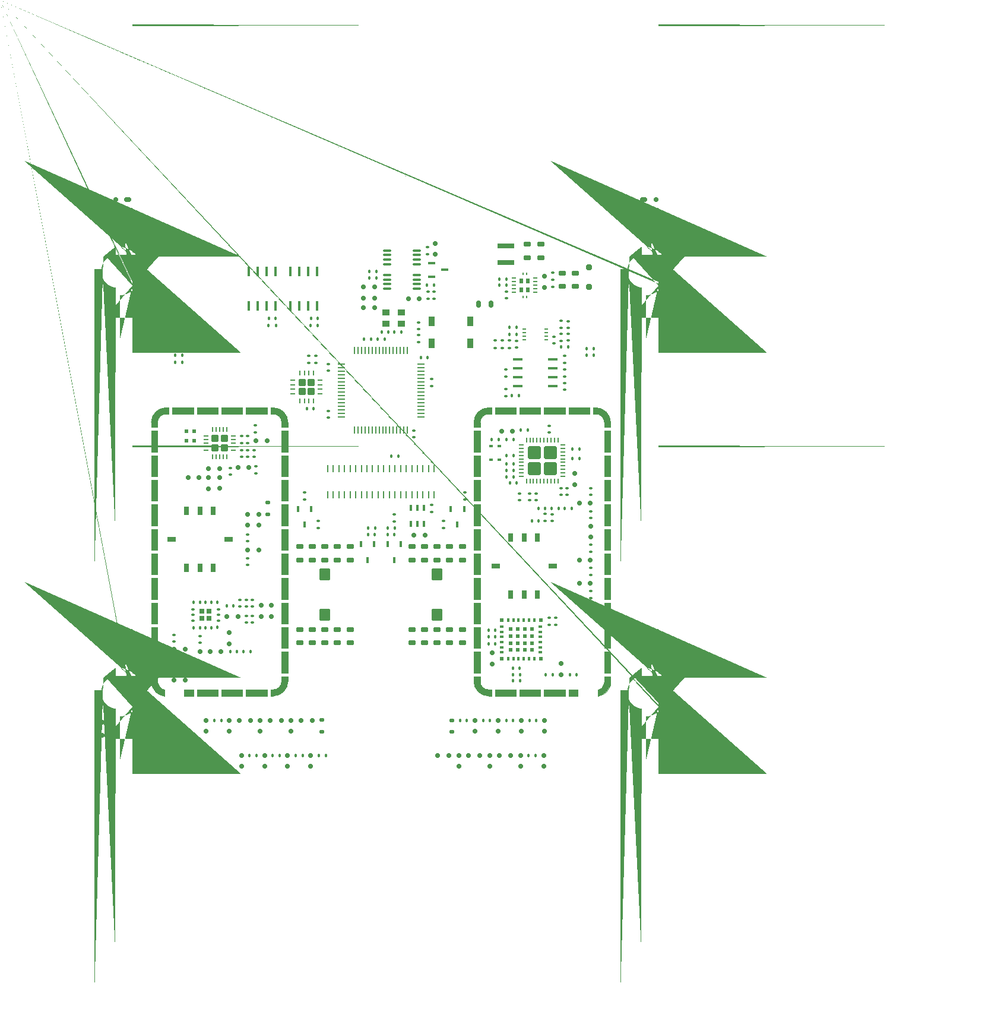
<source format=gbr>
%TF.GenerationSoftware,KiCad,Pcbnew,9.0.6*%
%TF.CreationDate,2025-11-19T17:48:12+01:00*%
%TF.ProjectId,Spino CS,5370696e-6f20-4435-932e-6b696361645f,v2.1*%
%TF.SameCoordinates,PX68e7780PY2faf080*%
%TF.FileFunction,Paste,Top*%
%TF.FilePolarity,Positive*%
%FSLAX46Y46*%
G04 Gerber Fmt 4.6, Leading zero omitted, Abs format (unit mm)*
G04 Created by KiCad (PCBNEW 9.0.6) date 2025-11-19 17:48:12*
%MOMM*%
%LPD*%
G01*
G04 APERTURE LIST*
G04 Aperture macros list*
%AMRoundRect*
0 Rectangle with rounded corners*
0 $1 Rounding radius*
0 $2 $3 $4 $5 $6 $7 $8 $9 X,Y pos of 4 corners*
0 Add a 4 corners polygon primitive as box body*
4,1,4,$2,$3,$4,$5,$6,$7,$8,$9,$2,$3,0*
0 Add four circle primitives for the rounded corners*
1,1,$1+$1,$2,$3*
1,1,$1+$1,$4,$5*
1,1,$1+$1,$6,$7*
1,1,$1+$1,$8,$9*
0 Add four rect primitives between the rounded corners*
20,1,$1+$1,$2,$3,$4,$5,0*
20,1,$1+$1,$4,$5,$6,$7,0*
20,1,$1+$1,$6,$7,$8,$9,0*
20,1,$1+$1,$8,$9,$2,$3,0*%
%AMFreePoly0*
4,1,81,1.701805,1.382119,1.727190,1.382119,1.742845,1.375634,1.745890,1.375153,1.747865,1.373554,1.763238,1.367187,1.790828,1.339597,1.805760,1.303549,1.807681,1.284040,1.807681,0.377294,1.805760,0.357785,1.798986,0.341432,1.798809,0.339940,1.797820,0.338617,1.790828,0.321737,1.768541,0.299450,1.767816,0.298480,1.767386,0.298295,1.763238,0.294147,1.727190,0.279215,
1.722912,0.279215,1.720245,0.278071,1.583713,0.258318,1.317097,0.187321,1.060568,0.085742,0.817623,-0.045033,0.591568,-0.203224,0.385485,-0.386676,0.202180,-0.592889,0.044150,-0.819056,-0.086452,-1.062095,-0.187847,-1.318696,-0.258655,-1.585362,-0.278311,-1.721909,-0.279215,-1.724020,-0.279215,-1.727190,-0.294147,-1.763238,-0.297400,-1.766491,-0.298686,-1.769494,-0.305516,-1.774607,
-0.321737,-1.790828,-0.333929,-1.795878,-0.340124,-1.800516,-0.347155,-1.801357,-0.357785,-1.805760,-0.377294,-1.807681,-1.284040,-1.807681,-1.292584,-1.806839,-1.294457,-1.807137,-1.296147,-1.806488,-1.303549,-1.805760,-1.339597,-1.790828,-1.341218,-1.789206,-1.342789,-1.788604,-1.346926,-1.783498,-1.367187,-1.763238,-1.371203,-1.753541,-1.375380,-1.748388,-1.376648,-1.740395,-1.382119,-1.727190,
-1.382119,-1.705937,-1.383496,-1.697264,-1.383495,-1.697264,-1.382119,-1.688339,-1.382119,-1.688172,-1.382077,-1.688072,-1.332247,-1.364875,-1.248971,-1.039031,-1.134453,-0.722812,-0.989775,-0.419204,-0.816305,-0.131077,-0.615680,0.138847,-0.389798,0.388018,-0.140791,0.614082,0.128987,0.814902,0.416988,0.988582,0.720490,1.133481,1.036626,1.248229,1.362409,1.331742,1.694761,1.383232,
1.701805,1.382119,1.701805,1.382119,$1*%
%AMFreePoly1*
4,1,81,-0.357785,1.805760,-0.341432,1.798986,-0.339940,1.798809,-0.338617,1.797820,-0.321737,1.790828,-0.299450,1.768541,-0.298480,1.767816,-0.298295,1.767386,-0.294147,1.763238,-0.279215,1.727190,-0.279215,1.722911,-0.278071,1.720245,-0.258318,1.583713,-0.187321,1.317097,-0.085742,1.060568,0.045033,0.817623,0.203224,0.591568,0.386676,0.385485,0.592889,0.202180,0.819056,0.044150,
1.062095,-0.086452,1.318696,-0.187847,1.585362,-0.258655,1.721909,-0.278311,1.724020,-0.279215,1.727190,-0.279215,1.763238,-0.294147,1.766491,-0.297400,1.769494,-0.298686,1.774607,-0.305516,1.790828,-0.321737,1.795878,-0.333929,1.800516,-0.340124,1.801357,-0.347155,1.805760,-0.357785,1.807681,-0.377294,1.807681,-1.284040,1.806839,-1.292584,1.807137,-1.294457,1.806488,-1.296147,
1.805760,-1.303549,1.790828,-1.339597,1.789206,-1.341218,1.788604,-1.342789,1.783498,-1.346926,1.763238,-1.367187,1.753541,-1.371203,1.748388,-1.375380,1.740395,-1.376648,1.727190,-1.382119,1.705938,-1.382119,1.697264,-1.383496,1.697264,-1.383495,1.688339,-1.382119,1.688172,-1.382119,1.688072,-1.382077,1.364875,-1.332247,1.039031,-1.248971,0.722812,-1.134453,0.419204,-0.989775,
0.131077,-0.816305,-0.138847,-0.615680,-0.388018,-0.389798,-0.614082,-0.140791,-0.814902,0.128987,-0.988582,0.416988,-1.133481,0.720490,-1.248229,1.036626,-1.331742,1.362409,-1.383232,1.694761,-1.382119,1.701804,-1.382119,1.727190,-1.375634,1.742845,-1.375153,1.745890,-1.373554,1.747865,-1.367187,1.763238,-1.339597,1.790828,-1.303549,1.805760,-1.284040,1.807681,-0.377294,1.807681,
-0.357785,1.805760,-0.357785,1.805760,$1*%
%AMFreePoly2*
4,1,82,-1.697264,1.383495,-1.688339,1.382119,-1.688172,1.382119,-1.688072,1.382077,-1.364875,1.332247,-1.039031,1.248971,-0.722812,1.134453,-0.419205,0.989775,-0.131078,0.816304,0.138846,0.615680,0.388017,0.389797,0.614081,0.140791,0.814902,-0.128987,0.988582,-0.416988,1.133480,-0.720490,1.248228,-1.036626,1.331741,-1.362409,1.383231,-1.694761,1.383232,-1.694761,1.382119,-1.701804,
1.382119,-1.727190,1.375634,-1.742845,1.375153,-1.745890,1.373554,-1.747865,1.367187,-1.763238,1.339597,-1.790828,1.303549,-1.805760,1.284040,-1.807681,0.377294,-1.807681,0.357785,-1.805760,0.341432,-1.798986,0.339940,-1.798809,0.338617,-1.797820,0.321737,-1.790828,0.299450,-1.768541,0.298480,-1.767816,0.298295,-1.767386,0.294147,-1.763238,0.279215,-1.727190,0.279215,-1.722911,
0.278071,-1.720245,0.258318,-1.583713,0.187320,-1.317097,0.085742,-1.060569,-0.045033,-0.817623,-0.203224,-0.591569,-0.386676,-0.385485,-0.592890,-0.202180,-0.819056,-0.044150,-1.062095,0.086452,-1.318696,0.187847,-1.585363,0.258655,-1.721909,0.278311,-1.724020,0.279215,-1.727190,0.279215,-1.763238,0.294147,-1.766491,0.297400,-1.769494,0.298686,-1.774607,0.305516,-1.790828,0.321737,
-1.795878,0.333929,-1.800516,0.340124,-1.801357,0.347155,-1.805760,0.357785,-1.807681,0.377294,-1.807681,1.284040,-1.806839,1.292584,-1.807137,1.294457,-1.806488,1.296147,-1.805760,1.303549,-1.790828,1.339597,-1.789206,1.341218,-1.788604,1.342789,-1.783498,1.346926,-1.763238,1.367187,-1.753541,1.371203,-1.748388,1.375380,-1.740395,1.376648,-1.727190,1.382119,-1.705938,1.382119,
-1.697264,1.383496,-1.697264,1.383495,-1.697264,1.383495,$1*%
%AMFreePoly3*
4,1,82,1.292584,1.806839,1.294457,1.807137,1.296147,1.806488,1.303549,1.805760,1.339597,1.790828,1.341218,1.789206,1.342789,1.788604,1.346926,1.783498,1.367187,1.763238,1.371203,1.753541,1.375380,1.748388,1.376648,1.740395,1.382119,1.727190,1.382119,1.705937,1.383496,1.697264,1.383495,1.697264,1.382119,1.688339,1.382119,1.688172,1.382077,1.688072,1.332247,1.364875,
1.248971,1.039031,1.134453,0.722812,0.989775,0.419205,0.816304,0.131078,0.615680,-0.138846,0.389797,-0.388017,0.140791,-0.614081,-0.128987,-0.814902,-0.416988,-0.988582,-0.720490,-1.133480,-1.036626,-1.248228,-1.362409,-1.331741,-1.694761,-1.383231,-1.694761,-1.383232,-1.701805,-1.382119,-1.727190,-1.382119,-1.742845,-1.375634,-1.745890,-1.375153,-1.747865,-1.373554,-1.763238,-1.367187,
-1.790828,-1.339597,-1.805760,-1.303549,-1.807681,-1.284040,-1.807681,-0.377294,-1.805760,-0.357785,-1.798986,-0.341432,-1.798809,-0.339940,-1.797820,-0.338617,-1.790828,-0.321737,-1.768541,-0.299450,-1.767816,-0.298480,-1.767386,-0.298295,-1.763238,-0.294147,-1.727190,-0.279215,-1.722912,-0.279215,-1.720245,-0.278071,-1.583713,-0.258318,-1.317097,-0.187320,-1.060569,-0.085742,-0.817623,0.045033,
-0.591569,0.203224,-0.385485,0.386676,-0.202180,0.592890,-0.044150,0.819056,0.086452,1.062095,0.187847,1.318696,0.258655,1.585363,0.278311,1.721909,0.279215,1.724020,0.279215,1.727190,0.294147,1.763238,0.297400,1.766491,0.298686,1.769494,0.305516,1.774607,0.321737,1.790828,0.333929,1.795878,0.340124,1.800516,0.347155,1.801357,0.357785,1.805760,0.377294,1.807681,
1.284040,1.807681,1.292584,1.806839,1.292584,1.806839,$1*%
G04 Aperture macros list end*
%ADD10C,0.100000*%
%ADD11RoundRect,0.175000X0.315000X-0.183750X0.315000X0.183750X-0.315000X0.183750X-0.315000X-0.183750X0*%
%ADD12RoundRect,0.094500X-0.129500X0.094500X-0.129500X-0.094500X0.129500X-0.094500X0.129500X0.094500X0*%
%ADD13RoundRect,0.140000X0.192500X-0.140000X0.192500X0.140000X-0.192500X0.140000X-0.192500X-0.140000X0*%
%ADD14RoundRect,0.157500X-0.157500X-0.175000X0.157500X-0.175000X0.157500X0.175000X-0.157500X0.175000X0*%
%ADD15RoundRect,0.157500X-0.175000X0.157500X-0.175000X-0.157500X0.175000X-0.157500X0.175000X0.157500X0*%
%ADD16RoundRect,0.098000X-0.119000X0.098000X-0.119000X-0.098000X0.119000X-0.098000X0.119000X0.098000X0*%
%ADD17RoundRect,0.098000X-0.098000X-0.119000X0.098000X-0.119000X0.098000X0.119000X-0.098000X0.119000X0*%
%ADD18RoundRect,0.175000X-0.332500X0.175000X-0.332500X-0.175000X0.332500X-0.175000X0.332500X0.175000X0*%
%ADD19RoundRect,0.098000X0.119000X-0.098000X0.119000X0.098000X-0.119000X0.098000X-0.119000X-0.098000X0*%
%ADD20R,0.910000X1.330000*%
%ADD21RoundRect,0.250000X0.275000X-0.275000X0.275000X0.275000X-0.275000X0.275000X-0.275000X-0.275000X0*%
%ADD22RoundRect,0.043750X0.043750X-0.253750X0.043750X0.253750X-0.043750X0.253750X-0.043750X-0.253750X0*%
%ADD23RoundRect,0.043750X0.253750X-0.043750X0.253750X0.043750X-0.253750X0.043750X-0.253750X-0.043750X0*%
%ADD24RoundRect,0.094500X-0.094500X-0.129500X0.094500X-0.129500X0.094500X0.129500X-0.094500X0.129500X0*%
%ADD25RoundRect,0.157500X0.175000X-0.157500X0.175000X0.157500X-0.175000X0.157500X-0.175000X-0.157500X0*%
%ADD26RoundRect,0.105000X-0.105000X0.577500X-0.105000X-0.577500X0.105000X-0.577500X0.105000X0.577500X0*%
%ADD27RoundRect,0.052500X-0.052500X0.490000X-0.052500X-0.490000X0.052500X-0.490000X0.052500X0.490000X0*%
%ADD28RoundRect,0.052500X-0.490000X0.052500X-0.490000X-0.052500X0.490000X-0.052500X0.490000X0.052500X0*%
%ADD29R,0.560000X0.210000*%
%ADD30RoundRect,0.094500X0.094500X0.129500X-0.094500X0.129500X-0.094500X-0.129500X0.094500X-0.129500X0*%
%ADD31R,0.711200X1.244600*%
%ADD32R,1.244600X0.711200*%
%ADD33RoundRect,0.153125X0.153125X0.179375X-0.153125X0.179375X-0.153125X-0.179375X0.153125X-0.179375X0*%
%ADD34RoundRect,0.105000X-0.411250X-0.105000X0.411250X-0.105000X0.411250X0.105000X-0.411250X0.105000X0*%
%ADD35RoundRect,0.098000X0.098000X0.119000X-0.098000X0.119000X-0.098000X-0.119000X0.098000X-0.119000X0*%
%ADD36RoundRect,0.175000X0.332500X-0.175000X0.332500X0.175000X-0.332500X0.175000X-0.332500X-0.175000X0*%
%ADD37R,2.380000X0.686000*%
%ADD38RoundRect,0.140000X-0.192500X0.140000X-0.192500X-0.140000X0.192500X-0.140000X0.192500X0.140000X0*%
%ADD39RoundRect,0.105000X-0.577500X-0.105000X0.577500X-0.105000X0.577500X0.105000X-0.577500X0.105000X0*%
%ADD40RoundRect,0.103250X-0.120750X0.103250X-0.120750X-0.103250X0.120750X-0.103250X0.120750X0.103250X0*%
%ADD41RoundRect,0.094500X0.129500X-0.094500X0.129500X0.094500X-0.129500X0.094500X-0.129500X-0.094500X0*%
%ADD42FreePoly0,0.000000*%
%ADD43FreePoly1,0.000000*%
%ADD44FreePoly2,0.000000*%
%ADD45FreePoly3,0.000000*%
%ADD46RoundRect,0.231000X-0.539000X0.609000X-0.539000X-0.609000X0.539000X-0.609000X0.539000X0.609000X0*%
%ADD47RoundRect,0.175000X0.210000X-0.210000X0.210000X0.210000X-0.210000X0.210000X-0.210000X-0.210000X0*%
%ADD48RoundRect,0.103250X0.103250X0.120750X-0.103250X0.120750X-0.103250X-0.120750X0.103250X-0.120750X0*%
%ADD49RoundRect,0.153125X-0.153125X-0.179375X0.153125X-0.179375X0.153125X0.179375X-0.153125X0.179375X0*%
%ADD50R,0.553000X0.308000*%
%ADD51RoundRect,0.157500X0.157500X0.175000X-0.157500X0.175000X-0.157500X-0.175000X0.157500X-0.175000X0*%
%ADD52R,0.266000X1.050000*%
%ADD53R,0.146000X0.146000*%
%ADD54O,0.545000X0.146000*%
%ADD55R,0.476000X0.735000*%
%ADD56R,0.182000X0.350000*%
%ADD57RoundRect,0.105000X-0.105000X0.358750X-0.105000X-0.358750X0.105000X-0.358750X0.105000X0.358750X0*%
%ADD58RoundRect,0.153125X-0.179375X0.153125X-0.179375X-0.153125X0.179375X-0.153125X0.179375X0.153125X0*%
%ADD59RoundRect,0.103250X-0.103250X-0.120750X0.103250X-0.120750X0.103250X0.120750X-0.103250X0.120750X0*%
%ADD60RoundRect,0.105000X0.105000X-0.358750X0.105000X0.358750X-0.105000X0.358750X-0.105000X-0.358750X0*%
%ADD61RoundRect,0.070000X-0.070000X-0.157500X0.070000X-0.157500X0.070000X0.157500X-0.070000X0.157500X0*%
%ADD62RoundRect,0.070000X0.157500X-0.070000X0.157500X0.070000X-0.157500X0.070000X-0.157500X-0.070000X0*%
%ADD63RoundRect,0.070000X0.070000X0.157500X-0.070000X0.157500X-0.070000X-0.157500X0.070000X-0.157500X0*%
%ADD64RoundRect,0.070000X-0.157500X0.070000X-0.157500X-0.070000X0.157500X-0.070000X0.157500X0.070000X0*%
%ADD65R,0.635000X0.635000*%
%ADD66RoundRect,0.070000X0.498750X0.070000X-0.498750X0.070000X-0.498750X-0.070000X0.498750X-0.070000X0*%
%ADD67R,0.980000X0.840000*%
%ADD68RoundRect,0.175000X0.183750X0.315000X-0.183750X0.315000X-0.183750X-0.315000X0.183750X-0.315000X0*%
%ADD69RoundRect,0.153125X0.179375X-0.153125X0.179375X0.153125X-0.179375X0.153125X-0.179375X-0.153125X0*%
%ADD70RoundRect,0.175000X-0.315000X0.183750X-0.315000X-0.183750X0.315000X-0.183750X0.315000X0.183750X0*%
%ADD71R,0.560000X0.630000*%
%ADD72RoundRect,0.068250X0.194250X-0.211750X0.194250X0.211750X-0.194250X0.211750X-0.194250X-0.211750X0*%
%ADD73RoundRect,0.070000X0.070000X0.210000X-0.070000X0.210000X-0.070000X-0.210000X0.070000X-0.210000X0*%
%ADD74RoundRect,0.065625X0.196875X-0.214375X0.196875X0.214375X-0.196875X0.214375X-0.196875X-0.214375X0*%
%ADD75RoundRect,0.070000X-0.210000X0.070000X-0.210000X-0.070000X0.210000X-0.070000X0.210000X0.070000X0*%
%ADD76RoundRect,0.068250X-0.194250X0.211750X-0.194250X-0.211750X0.194250X-0.211750X0.194250X0.211750X0*%
%ADD77RoundRect,0.070000X-0.070000X-0.210000X0.070000X-0.210000X0.070000X0.210000X-0.070000X0.210000X0*%
%ADD78RoundRect,0.068250X-0.194250X-0.211750X0.194250X-0.211750X0.194250X0.211750X-0.194250X0.211750X0*%
%ADD79RoundRect,0.070000X0.210000X-0.070000X0.210000X0.070000X-0.210000X0.070000X-0.210000X-0.070000X0*%
%ADD80R,0.575000X0.575000*%
%ADD81RoundRect,0.250000X0.675000X-0.675000X0.675000X0.675000X-0.675000X0.675000X-0.675000X-0.675000X0*%
%ADD82RoundRect,0.250000X-0.275000X0.275000X-0.275000X-0.275000X0.275000X-0.275000X0.275000X0.275000X0*%
%ADD83RoundRect,0.052500X-0.052500X0.245000X-0.052500X-0.245000X0.052500X-0.245000X0.052500X0.245000X0*%
%ADD84RoundRect,0.052500X-0.245000X0.052500X-0.245000X-0.052500X0.245000X-0.052500X0.245000X0.052500X0*%
G04 APERTURE END LIST*
%TO.C,SH1*%
D10*
X12250000Y-42750000D02*
X13150000Y-42750000D01*
X13150000Y-45750000D01*
X12250000Y-45750000D01*
X12250000Y-42750000D01*
G36*
X12250000Y-42750000D02*
G01*
X13150000Y-42750000D01*
X13150000Y-45750000D01*
X12250000Y-45750000D01*
X12250000Y-42750000D01*
G37*
X12250000Y-46250000D02*
X13150000Y-46250000D01*
X13150000Y-49250000D01*
X12250000Y-49250000D01*
X12250000Y-46250000D01*
G36*
X12250000Y-46250000D02*
G01*
X13150000Y-46250000D01*
X13150000Y-49250000D01*
X12250000Y-49250000D01*
X12250000Y-46250000D01*
G37*
X12250000Y-49750000D02*
X13150000Y-49750000D01*
X13150000Y-52750000D01*
X12250000Y-52750000D01*
X12250000Y-49750000D01*
G36*
X12250000Y-49750000D02*
G01*
X13150000Y-49750000D01*
X13150000Y-52750000D01*
X12250000Y-52750000D01*
X12250000Y-49750000D01*
G37*
X12250000Y-53250000D02*
X13150000Y-53250000D01*
X13150000Y-56250000D01*
X12250000Y-56250000D01*
X12250000Y-53250000D01*
G36*
X12250000Y-53250000D02*
G01*
X13150000Y-53250000D01*
X13150000Y-56250000D01*
X12250000Y-56250000D01*
X12250000Y-53250000D01*
G37*
X12250000Y-56750000D02*
X13150000Y-56750000D01*
X13150000Y-59750000D01*
X12250000Y-59750000D01*
X12250000Y-56750000D01*
G36*
X12250000Y-56750000D02*
G01*
X13150000Y-56750000D01*
X13150000Y-59750000D01*
X12250000Y-59750000D01*
X12250000Y-56750000D01*
G37*
X12250000Y-60250000D02*
X13150000Y-60250000D01*
X13150000Y-63250000D01*
X12250000Y-63250000D01*
X12250000Y-60250000D01*
G36*
X12250000Y-60250000D02*
G01*
X13150000Y-60250000D01*
X13150000Y-63250000D01*
X12250000Y-63250000D01*
X12250000Y-60250000D01*
G37*
X12250000Y-63750000D02*
X13150000Y-63750000D01*
X13150000Y-66750000D01*
X12250000Y-66750000D01*
X12250000Y-63750000D01*
G36*
X12250000Y-63750000D02*
G01*
X13150000Y-63750000D01*
X13150000Y-66750000D01*
X12250000Y-66750000D01*
X12250000Y-63750000D01*
G37*
X12250000Y-67250000D02*
X13150000Y-67250000D01*
X13150000Y-70250000D01*
X12250000Y-70250000D01*
X12250000Y-67250000D01*
G36*
X12250000Y-67250000D02*
G01*
X13150000Y-67250000D01*
X13150000Y-70250000D01*
X12250000Y-70250000D01*
X12250000Y-67250000D01*
G37*
X12250000Y-70750000D02*
X13150000Y-70750000D01*
X13150000Y-73750000D01*
X12250000Y-73750000D01*
X12250000Y-70750000D01*
G36*
X12250000Y-70750000D02*
G01*
X13150000Y-70750000D01*
X13150000Y-73750000D01*
X12250000Y-73750000D01*
X12250000Y-70750000D01*
G37*
X12250000Y-74250000D02*
X13150000Y-74250000D01*
X13150000Y-77250000D01*
X12250000Y-77250000D01*
X12250000Y-74250000D01*
G36*
X12250000Y-74250000D02*
G01*
X13150000Y-74250000D01*
X13150000Y-77250000D01*
X12250000Y-77250000D01*
X12250000Y-74250000D01*
G37*
X16900000Y-79650000D02*
X18250000Y-79650000D01*
X18250000Y-80550000D01*
X16900000Y-80550000D01*
X16900000Y-79650000D01*
G36*
X16900000Y-79650000D02*
G01*
X18250000Y-79650000D01*
X18250000Y-80550000D01*
X16900000Y-80550000D01*
X16900000Y-79650000D01*
G37*
X18250000Y-39450000D02*
X15250000Y-39450000D01*
X15250000Y-40350000D01*
X18250000Y-40350000D01*
X18250000Y-39450000D01*
G36*
X18250000Y-39450000D02*
G01*
X15250000Y-39450000D01*
X15250000Y-40350000D01*
X18250000Y-40350000D01*
X18250000Y-39450000D01*
G37*
X18750000Y-79650000D02*
X21750000Y-79650000D01*
X21750000Y-80550000D01*
X18750000Y-80550000D01*
X18750000Y-79650000D01*
G36*
X18750000Y-79650000D02*
G01*
X21750000Y-79650000D01*
X21750000Y-80550000D01*
X18750000Y-80550000D01*
X18750000Y-79650000D01*
G37*
X21750000Y-39450000D02*
X18750000Y-39450000D01*
X18750000Y-40350000D01*
X21750000Y-40350000D01*
X21750000Y-39450000D01*
G36*
X21750000Y-39450000D02*
G01*
X18750000Y-39450000D01*
X18750000Y-40350000D01*
X21750000Y-40350000D01*
X21750000Y-39450000D01*
G37*
X22250000Y-39450000D02*
X25250000Y-39450000D01*
X25250000Y-40350000D01*
X22250000Y-40350000D01*
X22250000Y-39450000D01*
G36*
X22250000Y-39450000D02*
G01*
X25250000Y-39450000D01*
X25250000Y-40350000D01*
X22250000Y-40350000D01*
X22250000Y-39450000D01*
G37*
X22250000Y-79650000D02*
X25250000Y-79650000D01*
X25250000Y-80550000D01*
X22250000Y-80550000D01*
X22250000Y-79650000D01*
G36*
X22250000Y-79650000D02*
G01*
X25250000Y-79650000D01*
X25250000Y-80550000D01*
X22250000Y-80550000D01*
X22250000Y-79650000D01*
G37*
X25750000Y-39450000D02*
X28750000Y-39450000D01*
X28750000Y-40350000D01*
X25750000Y-40350000D01*
X25750000Y-39450000D01*
G36*
X25750000Y-39450000D02*
G01*
X28750000Y-39450000D01*
X28750000Y-40350000D01*
X25750000Y-40350000D01*
X25750000Y-39450000D01*
G37*
X25750000Y-79650000D02*
X28750000Y-79650000D01*
X28750000Y-80550000D01*
X25750000Y-80550000D01*
X25750000Y-79650000D01*
G36*
X25750000Y-79650000D02*
G01*
X28750000Y-79650000D01*
X28750000Y-80550000D01*
X25750000Y-80550000D01*
X25750000Y-79650000D01*
G37*
X30850000Y-42750000D02*
X31750000Y-42750000D01*
X31750000Y-45750000D01*
X30850000Y-45750000D01*
X30850000Y-42750000D01*
G36*
X30850000Y-42750000D02*
G01*
X31750000Y-42750000D01*
X31750000Y-45750000D01*
X30850000Y-45750000D01*
X30850000Y-42750000D01*
G37*
X30850000Y-46250000D02*
X31750000Y-46250000D01*
X31750000Y-49250000D01*
X30850000Y-49250000D01*
X30850000Y-46250000D01*
G36*
X30850000Y-46250000D02*
G01*
X31750000Y-46250000D01*
X31750000Y-49250000D01*
X30850000Y-49250000D01*
X30850000Y-46250000D01*
G37*
X30850000Y-49750000D02*
X31750000Y-49750000D01*
X31750000Y-52750000D01*
X30850000Y-52750000D01*
X30850000Y-49750000D01*
G36*
X30850000Y-49750000D02*
G01*
X31750000Y-49750000D01*
X31750000Y-52750000D01*
X30850000Y-52750000D01*
X30850000Y-49750000D01*
G37*
X30850000Y-53250000D02*
X31750000Y-53250000D01*
X31750000Y-56250000D01*
X30850000Y-56250000D01*
X30850000Y-53250000D01*
G36*
X30850000Y-53250000D02*
G01*
X31750000Y-53250000D01*
X31750000Y-56250000D01*
X30850000Y-56250000D01*
X30850000Y-53250000D01*
G37*
X30850000Y-56750000D02*
X31750000Y-56750000D01*
X31750000Y-59750000D01*
X30850000Y-59750000D01*
X30850000Y-56750000D01*
G36*
X30850000Y-56750000D02*
G01*
X31750000Y-56750000D01*
X31750000Y-59750000D01*
X30850000Y-59750000D01*
X30850000Y-56750000D01*
G37*
X30850000Y-60250000D02*
X31750000Y-60250000D01*
X31750000Y-63250000D01*
X30850000Y-63250000D01*
X30850000Y-60250000D01*
G36*
X30850000Y-60250000D02*
G01*
X31750000Y-60250000D01*
X31750000Y-63250000D01*
X30850000Y-63250000D01*
X30850000Y-60250000D01*
G37*
X30850000Y-63750000D02*
X31750000Y-63750000D01*
X31750000Y-66750000D01*
X30850000Y-66750000D01*
X30850000Y-63750000D01*
G36*
X30850000Y-63750000D02*
G01*
X31750000Y-63750000D01*
X31750000Y-66750000D01*
X30850000Y-66750000D01*
X30850000Y-63750000D01*
G37*
X30850000Y-67250000D02*
X31750000Y-67250000D01*
X31750000Y-70250000D01*
X30850000Y-70250000D01*
X30850000Y-67250000D01*
G36*
X30850000Y-67250000D02*
G01*
X31750000Y-67250000D01*
X31750000Y-70250000D01*
X30850000Y-70250000D01*
X30850000Y-67250000D01*
G37*
X30850000Y-70750000D02*
X31750000Y-70750000D01*
X31750000Y-73750000D01*
X30850000Y-73750000D01*
X30850000Y-70750000D01*
G36*
X30850000Y-70750000D02*
G01*
X31750000Y-70750000D01*
X31750000Y-73750000D01*
X30850000Y-73750000D01*
X30850000Y-70750000D01*
G37*
X30850000Y-74250000D02*
X31750000Y-74250000D01*
X31750000Y-77250000D01*
X30850000Y-77250000D01*
X30850000Y-74250000D01*
G36*
X30850000Y-74250000D02*
G01*
X31750000Y-74250000D01*
X31750000Y-77250000D01*
X30850000Y-77250000D01*
X30850000Y-74250000D01*
G37*
X13150000Y-78450000D02*
X13152283Y-78554787D01*
X13188675Y-78761176D01*
X13260353Y-78958111D01*
X13365140Y-79139606D01*
X13499851Y-79300149D01*
X13660394Y-79434860D01*
X13841889Y-79539647D01*
X14038824Y-79611325D01*
X14100000Y-79620000D01*
X14100000Y-80530000D01*
X13903043Y-80504629D01*
X13615188Y-80420107D01*
X13342292Y-80295480D01*
X13089910Y-80133283D01*
X12863180Y-79936820D01*
X12666717Y-79710090D01*
X12504520Y-79457708D01*
X12379893Y-79184812D01*
X12295371Y-78896957D01*
X12252675Y-78600004D01*
X12250000Y-78450000D01*
X12250000Y-77750000D01*
X13150000Y-77750000D01*
X13150000Y-78450000D01*
G36*
X13150000Y-78450000D02*
G01*
X13152283Y-78554787D01*
X13188675Y-78761176D01*
X13260353Y-78958111D01*
X13365140Y-79139606D01*
X13499851Y-79300149D01*
X13660394Y-79434860D01*
X13841889Y-79539647D01*
X14038824Y-79611325D01*
X14100000Y-79620000D01*
X14100000Y-80530000D01*
X13903043Y-80504629D01*
X13615188Y-80420107D01*
X13342292Y-80295480D01*
X13089910Y-80133283D01*
X12863180Y-79936820D01*
X12666717Y-79710090D01*
X12504520Y-79457708D01*
X12379893Y-79184812D01*
X12295371Y-78896957D01*
X12252675Y-78600004D01*
X12250000Y-78450000D01*
X12250000Y-77750000D01*
X13150000Y-77750000D01*
X13150000Y-78450000D01*
G37*
X14750000Y-40350000D02*
X14350000Y-40350000D01*
G75*
G03*
X13150000Y-41550000I0J-1200000D01*
G01*
X13150000Y-42250000D01*
X12250000Y-42250000D01*
X12250000Y-41550000D01*
G75*
G02*
X14350000Y-39450000I2100000J0D01*
G01*
X14750000Y-39450000D01*
X14750000Y-40350000D01*
G36*
X14750000Y-40350000D02*
G01*
X14350000Y-40350000D01*
G75*
G03*
X13150000Y-41550000I0J-1200000D01*
G01*
X13150000Y-42250000D01*
X12250000Y-42250000D01*
X12250000Y-41550000D01*
G75*
G02*
X14350000Y-39450000I2100000J0D01*
G01*
X14750000Y-39450000D01*
X14750000Y-40350000D01*
G37*
X29650000Y-39450000D02*
X29650000Y-39450000D01*
G75*
G02*
X31750000Y-41550000I0J-2100000D01*
G01*
X31750000Y-42250000D01*
X30850000Y-42250000D01*
X30850000Y-41550000D01*
G75*
G03*
X29650000Y-40350000I-1200000J0D01*
G01*
X29250000Y-40350000D01*
X29250000Y-39450000D01*
X29650000Y-39450000D01*
G36*
X29650000Y-39450000D02*
G01*
X29650000Y-39450000D01*
G75*
G02*
X31750000Y-41550000I0J-2100000D01*
G01*
X31750000Y-42250000D01*
X30850000Y-42250000D01*
X30850000Y-41550000D01*
G75*
G03*
X29650000Y-40350000I-1200000J0D01*
G01*
X29250000Y-40350000D01*
X29250000Y-39450000D01*
X29650000Y-39450000D01*
G37*
X31750000Y-78450000D02*
X31750000Y-78450000D01*
G75*
G02*
X29650000Y-80550000I-2100000J0D01*
G01*
X29250000Y-80550000D01*
X29250000Y-79650000D01*
X29650000Y-79650000D01*
G75*
G03*
X30850000Y-78450000I0J1200000D01*
G01*
X30850000Y-77750000D01*
X31750000Y-77750000D01*
X31750000Y-78450000D01*
G36*
X31750000Y-78450000D02*
G01*
X31750000Y-78450000D01*
G75*
G02*
X29650000Y-80550000I-2100000J0D01*
G01*
X29250000Y-80550000D01*
X29250000Y-79650000D01*
X29650000Y-79650000D01*
G75*
G03*
X30850000Y-78450000I0J1200000D01*
G01*
X30850000Y-77750000D01*
X31750000Y-77750000D01*
X31750000Y-78450000D01*
G37*
%TO.C,SH2*%
X58250000Y-42750000D02*
X59150000Y-42750000D01*
X59150000Y-45750000D01*
X58250000Y-45750000D01*
X58250000Y-42750000D01*
G36*
X58250000Y-42750000D02*
G01*
X59150000Y-42750000D01*
X59150000Y-45750000D01*
X58250000Y-45750000D01*
X58250000Y-42750000D01*
G37*
X58250000Y-46250000D02*
X59150000Y-46250000D01*
X59150000Y-49250000D01*
X58250000Y-49250000D01*
X58250000Y-46250000D01*
G36*
X58250000Y-46250000D02*
G01*
X59150000Y-46250000D01*
X59150000Y-49250000D01*
X58250000Y-49250000D01*
X58250000Y-46250000D01*
G37*
X58250000Y-49750000D02*
X59150000Y-49750000D01*
X59150000Y-52750000D01*
X58250000Y-52750000D01*
X58250000Y-49750000D01*
G36*
X58250000Y-49750000D02*
G01*
X59150000Y-49750000D01*
X59150000Y-52750000D01*
X58250000Y-52750000D01*
X58250000Y-49750000D01*
G37*
X58250000Y-53250000D02*
X59150000Y-53250000D01*
X59150000Y-56250000D01*
X58250000Y-56250000D01*
X58250000Y-53250000D01*
G36*
X58250000Y-53250000D02*
G01*
X59150000Y-53250000D01*
X59150000Y-56250000D01*
X58250000Y-56250000D01*
X58250000Y-53250000D01*
G37*
X58250000Y-56750000D02*
X59150000Y-56750000D01*
X59150000Y-59750000D01*
X58250000Y-59750000D01*
X58250000Y-56750000D01*
G36*
X58250000Y-56750000D02*
G01*
X59150000Y-56750000D01*
X59150000Y-59750000D01*
X58250000Y-59750000D01*
X58250000Y-56750000D01*
G37*
X58250000Y-60250000D02*
X59150000Y-60250000D01*
X59150000Y-63250000D01*
X58250000Y-63250000D01*
X58250000Y-60250000D01*
G36*
X58250000Y-60250000D02*
G01*
X59150000Y-60250000D01*
X59150000Y-63250000D01*
X58250000Y-63250000D01*
X58250000Y-60250000D01*
G37*
X58250000Y-63750000D02*
X59150000Y-63750000D01*
X59150000Y-66750000D01*
X58250000Y-66750000D01*
X58250000Y-63750000D01*
G36*
X58250000Y-63750000D02*
G01*
X59150000Y-63750000D01*
X59150000Y-66750000D01*
X58250000Y-66750000D01*
X58250000Y-63750000D01*
G37*
X58250000Y-67250000D02*
X59150000Y-67250000D01*
X59150000Y-70250000D01*
X58250000Y-70250000D01*
X58250000Y-67250000D01*
G36*
X58250000Y-67250000D02*
G01*
X59150000Y-67250000D01*
X59150000Y-70250000D01*
X58250000Y-70250000D01*
X58250000Y-67250000D01*
G37*
X58250000Y-70750000D02*
X59150000Y-70750000D01*
X59150000Y-73750000D01*
X58250000Y-73750000D01*
X58250000Y-70750000D01*
G36*
X58250000Y-70750000D02*
G01*
X59150000Y-70750000D01*
X59150000Y-73750000D01*
X58250000Y-73750000D01*
X58250000Y-70750000D01*
G37*
X58250000Y-74250000D02*
X59150000Y-74250000D01*
X59150000Y-77250000D01*
X58250000Y-77250000D01*
X58250000Y-74250000D01*
G36*
X58250000Y-74250000D02*
G01*
X59150000Y-74250000D01*
X59150000Y-77250000D01*
X58250000Y-77250000D01*
X58250000Y-74250000D01*
G37*
X61250000Y-79650000D02*
X64250000Y-79650000D01*
X64250000Y-80550000D01*
X61250000Y-80550000D01*
X61250000Y-79650000D01*
G36*
X61250000Y-79650000D02*
G01*
X64250000Y-79650000D01*
X64250000Y-80550000D01*
X61250000Y-80550000D01*
X61250000Y-79650000D01*
G37*
X64250000Y-39450000D02*
X61250000Y-39450000D01*
X61250000Y-40350000D01*
X64250000Y-40350000D01*
X64250000Y-39450000D01*
G36*
X64250000Y-39450000D02*
G01*
X61250000Y-39450000D01*
X61250000Y-40350000D01*
X64250000Y-40350000D01*
X64250000Y-39450000D01*
G37*
X64750000Y-79650000D02*
X67750000Y-79650000D01*
X67750000Y-80550000D01*
X64750000Y-80550000D01*
X64750000Y-79650000D01*
G36*
X64750000Y-79650000D02*
G01*
X67750000Y-79650000D01*
X67750000Y-80550000D01*
X64750000Y-80550000D01*
X64750000Y-79650000D01*
G37*
X67750000Y-39450000D02*
X64750000Y-39450000D01*
X64750000Y-40350000D01*
X67750000Y-40350000D01*
X67750000Y-39450000D01*
G36*
X67750000Y-39450000D02*
G01*
X64750000Y-39450000D01*
X64750000Y-40350000D01*
X67750000Y-40350000D01*
X67750000Y-39450000D01*
G37*
X68250000Y-39450000D02*
X71250000Y-39450000D01*
X71250000Y-40350000D01*
X68250000Y-40350000D01*
X68250000Y-39450000D01*
G36*
X68250000Y-39450000D02*
G01*
X71250000Y-39450000D01*
X71250000Y-40350000D01*
X68250000Y-40350000D01*
X68250000Y-39450000D01*
G37*
X68250000Y-79650000D02*
X71250000Y-79650000D01*
X71250000Y-80550000D01*
X68250000Y-80550000D01*
X68250000Y-79650000D01*
G36*
X68250000Y-79650000D02*
G01*
X71250000Y-79650000D01*
X71250000Y-80550000D01*
X68250000Y-80550000D01*
X68250000Y-79650000D01*
G37*
X71750000Y-39450000D02*
X74750000Y-39450000D01*
X74750000Y-40350000D01*
X71750000Y-40350000D01*
X71750000Y-39450000D01*
G36*
X71750000Y-39450000D02*
G01*
X74750000Y-39450000D01*
X74750000Y-40350000D01*
X71750000Y-40350000D01*
X71750000Y-39450000D01*
G37*
X71750000Y-79650000D02*
X73100000Y-79650000D01*
X73100000Y-80550000D01*
X71750000Y-80550000D01*
X71750000Y-79650000D01*
G36*
X71750000Y-79650000D02*
G01*
X73100000Y-79650000D01*
X73100000Y-80550000D01*
X71750000Y-80550000D01*
X71750000Y-79650000D01*
G37*
X76850000Y-42750000D02*
X77750000Y-42750000D01*
X77750000Y-45750000D01*
X76850000Y-45750000D01*
X76850000Y-42750000D01*
G36*
X76850000Y-42750000D02*
G01*
X77750000Y-42750000D01*
X77750000Y-45750000D01*
X76850000Y-45750000D01*
X76850000Y-42750000D01*
G37*
X76850000Y-46250000D02*
X77750000Y-46250000D01*
X77750000Y-49250000D01*
X76850000Y-49250000D01*
X76850000Y-46250000D01*
G36*
X76850000Y-46250000D02*
G01*
X77750000Y-46250000D01*
X77750000Y-49250000D01*
X76850000Y-49250000D01*
X76850000Y-46250000D01*
G37*
X76850000Y-49750000D02*
X77750000Y-49750000D01*
X77750000Y-52750000D01*
X76850000Y-52750000D01*
X76850000Y-49750000D01*
G36*
X76850000Y-49750000D02*
G01*
X77750000Y-49750000D01*
X77750000Y-52750000D01*
X76850000Y-52750000D01*
X76850000Y-49750000D01*
G37*
X76850000Y-53250000D02*
X77750000Y-53250000D01*
X77750000Y-56250000D01*
X76850000Y-56250000D01*
X76850000Y-53250000D01*
G36*
X76850000Y-53250000D02*
G01*
X77750000Y-53250000D01*
X77750000Y-56250000D01*
X76850000Y-56250000D01*
X76850000Y-53250000D01*
G37*
X76850000Y-56750000D02*
X77750000Y-56750000D01*
X77750000Y-59750000D01*
X76850000Y-59750000D01*
X76850000Y-56750000D01*
G36*
X76850000Y-56750000D02*
G01*
X77750000Y-56750000D01*
X77750000Y-59750000D01*
X76850000Y-59750000D01*
X76850000Y-56750000D01*
G37*
X76850000Y-60250000D02*
X77750000Y-60250000D01*
X77750000Y-63250000D01*
X76850000Y-63250000D01*
X76850000Y-60250000D01*
G36*
X76850000Y-60250000D02*
G01*
X77750000Y-60250000D01*
X77750000Y-63250000D01*
X76850000Y-63250000D01*
X76850000Y-60250000D01*
G37*
X76850000Y-63750000D02*
X77750000Y-63750000D01*
X77750000Y-66750000D01*
X76850000Y-66750000D01*
X76850000Y-63750000D01*
G36*
X76850000Y-63750000D02*
G01*
X77750000Y-63750000D01*
X77750000Y-66750000D01*
X76850000Y-66750000D01*
X76850000Y-63750000D01*
G37*
X76850000Y-67250000D02*
X77750000Y-67250000D01*
X77750000Y-70250000D01*
X76850000Y-70250000D01*
X76850000Y-67250000D01*
G36*
X76850000Y-67250000D02*
G01*
X77750000Y-67250000D01*
X77750000Y-70250000D01*
X76850000Y-70250000D01*
X76850000Y-67250000D01*
G37*
X76850000Y-70750000D02*
X77750000Y-70750000D01*
X77750000Y-73750000D01*
X76850000Y-73750000D01*
X76850000Y-70750000D01*
G36*
X76850000Y-70750000D02*
G01*
X77750000Y-70750000D01*
X77750000Y-73750000D01*
X76850000Y-73750000D01*
X76850000Y-70750000D01*
G37*
X76850000Y-74250000D02*
X77750000Y-74250000D01*
X77750000Y-77250000D01*
X76850000Y-77250000D01*
X76850000Y-74250000D01*
G36*
X76850000Y-74250000D02*
G01*
X77750000Y-74250000D01*
X77750000Y-77250000D01*
X76850000Y-77250000D01*
X76850000Y-74250000D01*
G37*
X77750000Y-78450000D02*
X77747325Y-78600004D01*
X77704629Y-78896957D01*
X77620107Y-79184812D01*
X77495480Y-79457708D01*
X77333283Y-79710090D01*
X77136820Y-79936820D01*
X76910090Y-80133283D01*
X76657708Y-80295480D01*
X76384812Y-80420107D01*
X76096957Y-80504629D01*
X75900000Y-80530000D01*
X75900000Y-79620000D01*
X75961176Y-79611325D01*
X76158111Y-79539647D01*
X76339606Y-79434860D01*
X76500149Y-79300149D01*
X76634860Y-79139606D01*
X76739647Y-78958111D01*
X76811325Y-78761176D01*
X76847717Y-78554787D01*
X76850000Y-78450000D01*
X76850000Y-77750000D01*
X77750000Y-77750000D01*
X77750000Y-78450000D01*
G36*
X77750000Y-78450000D02*
G01*
X77747325Y-78600004D01*
X77704629Y-78896957D01*
X77620107Y-79184812D01*
X77495480Y-79457708D01*
X77333283Y-79710090D01*
X77136820Y-79936820D01*
X76910090Y-80133283D01*
X76657708Y-80295480D01*
X76384812Y-80420107D01*
X76096957Y-80504629D01*
X75900000Y-80530000D01*
X75900000Y-79620000D01*
X75961176Y-79611325D01*
X76158111Y-79539647D01*
X76339606Y-79434860D01*
X76500149Y-79300149D01*
X76634860Y-79139606D01*
X76739647Y-78958111D01*
X76811325Y-78761176D01*
X76847717Y-78554787D01*
X76850000Y-78450000D01*
X76850000Y-77750000D01*
X77750000Y-77750000D01*
X77750000Y-78450000D01*
G37*
X60750000Y-40350000D02*
X60350000Y-40350000D01*
G75*
G03*
X59150000Y-41550000I0J-1200000D01*
G01*
X59150000Y-42250000D01*
X58250000Y-42250000D01*
X58250000Y-41550000D01*
G75*
G02*
X60350000Y-39450000I2100000J0D01*
G01*
X60750000Y-39450000D01*
X60750000Y-40350000D01*
G36*
X60750000Y-40350000D02*
G01*
X60350000Y-40350000D01*
G75*
G03*
X59150000Y-41550000I0J-1200000D01*
G01*
X59150000Y-42250000D01*
X58250000Y-42250000D01*
X58250000Y-41550000D01*
G75*
G02*
X60350000Y-39450000I2100000J0D01*
G01*
X60750000Y-39450000D01*
X60750000Y-40350000D01*
G37*
X59150000Y-78450000D02*
X59150000Y-78450000D01*
G75*
G03*
X60350000Y-79650000I1200000J0D01*
G01*
X60750000Y-79650000D01*
X60750000Y-80550000D01*
X60350000Y-80550000D01*
G75*
G02*
X58250000Y-78450000I0J2100000D01*
G01*
X58250000Y-77750000D01*
X59150000Y-77750000D01*
X59150000Y-78450000D01*
G36*
X59150000Y-78450000D02*
G01*
X59150000Y-78450000D01*
G75*
G03*
X60350000Y-79650000I1200000J0D01*
G01*
X60750000Y-79650000D01*
X60750000Y-80550000D01*
X60350000Y-80550000D01*
G75*
G02*
X58250000Y-78450000I0J2100000D01*
G01*
X58250000Y-77750000D01*
X59150000Y-77750000D01*
X59150000Y-78450000D01*
G37*
X75650000Y-39450000D02*
X75650000Y-39450000D01*
G75*
G02*
X77750000Y-41550000I0J-2100000D01*
G01*
X77750000Y-42250000D01*
X76850000Y-42250000D01*
X76850000Y-41550000D01*
G75*
G03*
X75650000Y-40350000I-1200000J0D01*
G01*
X75250000Y-40350000D01*
X75250000Y-39450000D01*
X75650000Y-39450000D01*
G36*
X75650000Y-39450000D02*
G01*
X75650000Y-39450000D01*
G75*
G02*
X77750000Y-41550000I0J-2100000D01*
G01*
X77750000Y-42250000D01*
X76850000Y-42250000D01*
X76850000Y-41550000D01*
G75*
G03*
X75650000Y-40350000I-1200000J0D01*
G01*
X75250000Y-40350000D01*
X75250000Y-39450000D01*
X75650000Y-39450000D01*
G37*
%TD*%
D11*
%TO.C,R55*%
X85100000Y-86112500D03*
X85100000Y-84287500D03*
%TD*%
D12*
%TO.C,R10*%
X34100000Y-51490000D03*
X34100000Y-52510000D03*
%TD*%
D13*
%TO.C,R46*%
X28900000Y-54625000D03*
X28900000Y-52975000D03*
%TD*%
D14*
%TO.C,C35*%
X49725000Y-57600000D03*
X51275000Y-57600000D03*
%TD*%
D15*
%TO.C,C106*%
X25100000Y-89025000D03*
X25100000Y-90575000D03*
%TD*%
%TO.C,C129*%
X84200000Y-9825000D03*
X84200000Y-11375000D03*
%TD*%
%TO.C,C114*%
X23400000Y-84025000D03*
X23400000Y-85575000D03*
%TD*%
D16*
%TO.C,C6*%
X62900000Y-22870000D03*
X62900000Y-23830000D03*
%TD*%
D17*
%TO.C,C36*%
X42620000Y-29700000D03*
X43580000Y-29700000D03*
%TD*%
%TO.C,C105*%
X71920000Y-77500000D03*
X72880000Y-77500000D03*
%TD*%
D18*
%TO.C,C22*%
X38800000Y-71050000D03*
X38800000Y-72950000D03*
%TD*%
D19*
%TO.C,C44*%
X50400000Y-28280000D03*
X50400000Y-27320000D03*
%TD*%
D16*
%TO.C,C73*%
X15500000Y-71820000D03*
X15500000Y-72780000D03*
%TD*%
D20*
%TO.C,X2*%
X52250000Y-30300000D03*
X57750000Y-30300000D03*
X57750000Y-27100000D03*
X52250000Y-27100000D03*
%TD*%
D19*
%TO.C,C98*%
X69900000Y-70380000D03*
X69900000Y-69420000D03*
%TD*%
D21*
%TO.C,U11*%
X21350000Y-45150000D03*
X22650000Y-45150000D03*
X21350000Y-43850000D03*
X22650000Y-43850000D03*
D22*
X21000000Y-46425000D03*
X21500000Y-46425000D03*
X22000000Y-46425000D03*
X22500000Y-46425000D03*
X23000000Y-46425000D03*
D23*
X23925000Y-45500000D03*
X23925000Y-45000000D03*
X23925000Y-44500000D03*
X23925000Y-44000000D03*
X23925000Y-43500000D03*
D22*
X23000000Y-42575000D03*
X22500000Y-42575000D03*
X22000000Y-42575000D03*
X21500000Y-42575000D03*
X21000000Y-42575000D03*
D23*
X20075000Y-43500000D03*
X20075000Y-44000000D03*
X20075000Y-44500000D03*
X20075000Y-45000000D03*
X20075000Y-45500000D03*
%TD*%
D24*
%TO.C,R42*%
X63690000Y-37700000D03*
X64710000Y-37700000D03*
%TD*%
D12*
%TO.C,R38*%
X70700000Y-27040000D03*
X70700000Y-28060000D03*
%TD*%
%TO.C,R2*%
X69500000Y-21240000D03*
X69500000Y-22260000D03*
%TD*%
D25*
%TO.C,C131*%
X6800000Y-86075000D03*
X6800000Y-84525000D03*
%TD*%
%TO.C,C9*%
X52700000Y-17575000D03*
X52700000Y-16025000D03*
%TD*%
D26*
%TO.C,U8*%
X29955000Y-20025000D03*
X28685000Y-20025000D03*
X27415000Y-20025000D03*
X26145000Y-20025000D03*
X26145000Y-24975000D03*
X27415000Y-24975000D03*
X28685000Y-24975000D03*
X29955000Y-24975000D03*
%TD*%
D18*
%TO.C,C21*%
X37000000Y-71050000D03*
X37000000Y-72950000D03*
%TD*%
D27*
%TO.C,U5*%
X48750000Y-31325000D03*
X48250000Y-31325000D03*
X47750000Y-31325000D03*
X47250000Y-31325000D03*
X46750000Y-31325000D03*
X46250000Y-31325000D03*
X45750000Y-31325000D03*
X45250000Y-31325000D03*
X44750000Y-31325000D03*
X44250000Y-31325000D03*
X43750000Y-31325000D03*
X43250000Y-31325000D03*
X42750000Y-31325000D03*
X42250000Y-31325000D03*
X41750000Y-31325000D03*
X41250000Y-31325000D03*
D28*
X39325000Y-33250000D03*
X39325000Y-33750000D03*
X39325000Y-34250000D03*
X39325000Y-34750000D03*
X39325000Y-35250000D03*
X39325000Y-35750000D03*
X39325000Y-36250000D03*
X39325000Y-36750000D03*
X39325000Y-37250000D03*
X39325000Y-37750000D03*
X39325000Y-38250000D03*
X39325000Y-38750000D03*
X39325000Y-39250000D03*
X39325000Y-39750000D03*
X39325000Y-40250000D03*
X39325000Y-40750000D03*
D27*
X41250000Y-42675000D03*
X41750000Y-42675000D03*
X42250000Y-42675000D03*
X42750000Y-42675000D03*
X43250000Y-42675000D03*
X43750000Y-42675000D03*
X44250000Y-42675000D03*
X44750000Y-42675000D03*
X45250000Y-42675000D03*
X45750000Y-42675000D03*
X46250000Y-42675000D03*
X46750000Y-42675000D03*
X47250000Y-42675000D03*
X47750000Y-42675000D03*
X48250000Y-42675000D03*
X48750000Y-42675000D03*
D28*
X50675000Y-40750000D03*
X50675000Y-40250000D03*
X50675000Y-39750000D03*
X50675000Y-39250000D03*
X50675000Y-38750000D03*
X50675000Y-38250000D03*
X50675000Y-37750000D03*
X50675000Y-37250000D03*
X50675000Y-36750000D03*
X50675000Y-36250000D03*
X50675000Y-35750000D03*
X50675000Y-35250000D03*
X50675000Y-34750000D03*
X50675000Y-34250000D03*
X50675000Y-33750000D03*
X50675000Y-33250000D03*
%TD*%
D29*
%TO.C,U9*%
X68550000Y-29750000D03*
X68550000Y-29250000D03*
X68550000Y-28750000D03*
X68550000Y-28250000D03*
X65450000Y-28250000D03*
X65450000Y-28750000D03*
X65450000Y-29250000D03*
X65450000Y-29750000D03*
%TD*%
D30*
%TO.C,R23*%
X16700000Y-33000000D03*
X15680000Y-33000000D03*
%TD*%
D15*
%TO.C,C120*%
X60500000Y-89025000D03*
X60500000Y-90575000D03*
%TD*%
D31*
%TO.C,FL2*%
X63495000Y-66064000D03*
X65400000Y-66064000D03*
X67305000Y-66064000D03*
D32*
X69464000Y-62000000D03*
D31*
X67305000Y-57936000D03*
X65400000Y-57936000D03*
X63495000Y-57936000D03*
D32*
X61336000Y-62000000D03*
%TD*%
D17*
%TO.C,C111*%
X36170000Y-89000000D03*
X37130000Y-89000000D03*
%TD*%
D16*
%TO.C,C55*%
X26000000Y-45520000D03*
X26000000Y-46480000D03*
%TD*%
D33*
%TO.C,L31*%
X54687500Y-89000000D03*
X53112500Y-89000000D03*
%TD*%
D34*
%TO.C,Q1*%
X52212500Y-18850000D03*
X52212500Y-20750000D03*
X54087500Y-19800000D03*
%TD*%
D35*
%TO.C,C125*%
X63830000Y-84000000D03*
X62870000Y-84000000D03*
%TD*%
D16*
%TO.C,C48*%
X64300000Y-29920000D03*
X64300000Y-30880000D03*
%TD*%
D36*
%TO.C,C14*%
X33400000Y-61150000D03*
X33400000Y-59250000D03*
%TD*%
D16*
%TO.C,C43*%
X50400000Y-29120000D03*
X50400000Y-30080000D03*
%TD*%
%TO.C,C59*%
X27200000Y-47820000D03*
X27200000Y-48780000D03*
%TD*%
D30*
%TO.C,R16*%
X47510000Y-46400000D03*
X46490000Y-46400000D03*
%TD*%
D35*
%TO.C,C126*%
X60530000Y-84000000D03*
X59570000Y-84000000D03*
%TD*%
D30*
%TO.C,R24*%
X16710000Y-31000000D03*
X15690000Y-31000000D03*
%TD*%
D35*
%TO.C,C47*%
X29980000Y-26700000D03*
X29020000Y-26700000D03*
%TD*%
D15*
%TO.C,C124*%
X65000000Y-84025000D03*
X65000000Y-85575000D03*
%TD*%
D35*
%TO.C,C127*%
X57230000Y-84000000D03*
X56270000Y-84000000D03*
%TD*%
D12*
%TO.C,R28*%
X34700000Y-32090000D03*
X34700000Y-33110000D03*
%TD*%
D16*
%TO.C,C60*%
X23500000Y-48020000D03*
X23500000Y-48980000D03*
%TD*%
D37*
%TO.C,L1*%
X62800000Y-18785000D03*
X62800000Y-16415000D03*
%TD*%
D38*
%TO.C,R52*%
X55100000Y-84025000D03*
X55100000Y-85675000D03*
%TD*%
D39*
%TO.C,U10*%
X64525000Y-32595000D03*
X64525000Y-33865000D03*
X64525000Y-35135000D03*
X64525000Y-36405000D03*
X69475000Y-36405000D03*
X69475000Y-35135000D03*
X69475000Y-33865000D03*
X69475000Y-32595000D03*
%TD*%
D12*
%TO.C,R18*%
X52200000Y-53290000D03*
X52200000Y-54310000D03*
%TD*%
D40*
%TO.C,L6*%
X26000000Y-57515000D03*
X26000000Y-58485000D03*
%TD*%
D41*
%TO.C,R37*%
X70700000Y-29960000D03*
X70700000Y-28940000D03*
%TD*%
D42*
%TO.C,H8*%
X5442319Y-77942319D03*
D43*
X5442319Y-82057681D03*
D44*
X9557681Y-77942319D03*
D45*
X9557681Y-82057681D03*
%TD*%
D35*
%TO.C,C46*%
X35980000Y-26700000D03*
X35020000Y-26700000D03*
%TD*%
D36*
%TO.C,C29*%
X56600000Y-61150000D03*
X56600000Y-59250000D03*
%TD*%
D46*
%TO.C,L2*%
X37000000Y-63250000D03*
X37000000Y-68950000D03*
%TD*%
D18*
%TO.C,C19*%
X33400000Y-71050000D03*
X33400000Y-72950000D03*
%TD*%
D47*
%TO.C,D1*%
X74700000Y-22200000D03*
X74700000Y-19400000D03*
%TD*%
D24*
%TO.C,R29*%
X34990000Y-27700000D03*
X36010000Y-27700000D03*
%TD*%
D41*
%TO.C,R5*%
X51600000Y-17610000D03*
X51600000Y-16590000D03*
%TD*%
D33*
%TO.C,L29*%
X63487500Y-89000000D03*
X61912500Y-89000000D03*
%TD*%
D12*
%TO.C,R13*%
X57000000Y-51490000D03*
X57000000Y-52510000D03*
%TD*%
D33*
%TO.C,L30*%
X59087500Y-89000000D03*
X57512500Y-89000000D03*
%TD*%
D36*
%TO.C,C16*%
X37000000Y-61150000D03*
X37000000Y-59250000D03*
%TD*%
D48*
%TO.C,L10*%
X23985000Y-67700000D03*
X23015000Y-67700000D03*
%TD*%
D49*
%TO.C,FB4*%
X62212500Y-42800000D03*
X63787500Y-42800000D03*
%TD*%
D26*
%TO.C,U7*%
X35855000Y-20025000D03*
X34585000Y-20025000D03*
X33315000Y-20025000D03*
X32045000Y-20025000D03*
X32045000Y-24975000D03*
X33315000Y-24975000D03*
X34585000Y-24975000D03*
X35855000Y-24975000D03*
%TD*%
D19*
%TO.C,C67*%
X24900000Y-67780000D03*
X24900000Y-66820000D03*
%TD*%
D35*
%TO.C,C118*%
X67030000Y-89000000D03*
X66070000Y-89000000D03*
%TD*%
%TO.C,C86*%
X63880000Y-48400000D03*
X62920000Y-48400000D03*
%TD*%
D41*
%TO.C,R33*%
X61300000Y-30910000D03*
X61300000Y-29890000D03*
%TD*%
D19*
%TO.C,C57*%
X26000000Y-44480000D03*
X26000000Y-43520000D03*
%TD*%
D24*
%TO.C,R8*%
X43340000Y-21000000D03*
X44360000Y-21000000D03*
%TD*%
D16*
%TO.C,C68*%
X26700000Y-69120000D03*
X26700000Y-70080000D03*
%TD*%
D30*
%TO.C,R9*%
X44360000Y-20000000D03*
X43340000Y-20000000D03*
%TD*%
D49*
%TO.C,L26*%
X24812500Y-84000000D03*
X26387500Y-84000000D03*
%TD*%
D35*
%TO.C,C45*%
X35380000Y-39600000D03*
X34420000Y-39600000D03*
%TD*%
D17*
%TO.C,C40*%
X50720000Y-32300000D03*
X51680000Y-32300000D03*
%TD*%
D30*
%TO.C,R22*%
X16710000Y-30000000D03*
X15690000Y-30000000D03*
%TD*%
D17*
%TO.C,C107*%
X26270000Y-89000000D03*
X27230000Y-89000000D03*
%TD*%
D50*
%TO.C,X4*%
X60705000Y-44930000D03*
X60705000Y-46870000D03*
X61895000Y-46870000D03*
X61895000Y-44930000D03*
%TD*%
D15*
%TO.C,C116*%
X32200000Y-84025000D03*
X32200000Y-85575000D03*
%TD*%
D24*
%TO.C,R47*%
X62890000Y-44000000D03*
X63910000Y-44000000D03*
%TD*%
D15*
%TO.C,C63*%
X22000000Y-49425000D03*
X22000000Y-50975000D03*
%TD*%
D25*
%TO.C,C3*%
X68300000Y-22275000D03*
X68300000Y-20725000D03*
%TD*%
D51*
%TO.C,C90*%
X74875000Y-53050000D03*
X73325000Y-53050000D03*
%TD*%
D15*
%TO.C,C121*%
X56100000Y-89025000D03*
X56100000Y-90575000D03*
%TD*%
D52*
%TO.C,J5*%
X52600000Y-51850000D03*
X52600000Y-48150000D03*
X51800000Y-51850000D03*
X51800000Y-48150000D03*
X51000000Y-51850000D03*
X51000000Y-48150000D03*
X50200000Y-51850000D03*
X50200000Y-48150000D03*
X49400000Y-51850000D03*
X49400000Y-48150000D03*
X48600000Y-51850000D03*
X48600000Y-48150000D03*
X47800000Y-51850000D03*
X47800000Y-48150000D03*
X47000000Y-51850000D03*
X47000000Y-48150000D03*
X46200000Y-51850000D03*
X46200000Y-48150000D03*
X45400000Y-51850000D03*
X45400000Y-48150000D03*
X44600000Y-51850000D03*
X44600000Y-48150000D03*
X43800000Y-51850000D03*
X43800000Y-48150000D03*
X43000000Y-51850000D03*
X43000000Y-48150000D03*
X42200000Y-51850000D03*
X42200000Y-48150000D03*
X41400000Y-51850000D03*
X41400000Y-48150000D03*
X40600000Y-51850000D03*
X40600000Y-48150000D03*
X39800000Y-51850000D03*
X39800000Y-48150000D03*
X39000000Y-51850000D03*
X39000000Y-48150000D03*
X38200000Y-51850000D03*
X38200000Y-48150000D03*
X37400000Y-51850000D03*
X37400000Y-48150000D03*
%TD*%
D17*
%TO.C,C104*%
X68520000Y-77500000D03*
X69480000Y-77500000D03*
%TD*%
D35*
%TO.C,C87*%
X63880000Y-49300000D03*
X62920000Y-49300000D03*
%TD*%
D17*
%TO.C,C109*%
X29570000Y-89000000D03*
X30530000Y-89000000D03*
%TD*%
%TO.C,C96*%
X71220000Y-53800000D03*
X72180000Y-53800000D03*
%TD*%
D19*
%TO.C,C51*%
X71700000Y-28080000D03*
X71700000Y-27120000D03*
%TD*%
D15*
%TO.C,C117*%
X68200000Y-89025000D03*
X68200000Y-90575000D03*
%TD*%
D30*
%TO.C,R39*%
X75310000Y-32000000D03*
X74290000Y-32000000D03*
%TD*%
D14*
%TO.C,C75*%
X15525000Y-78300000D03*
X17075000Y-78300000D03*
%TD*%
D35*
%TO.C,C5*%
X62880000Y-21100000D03*
X61920000Y-21100000D03*
%TD*%
D53*
%TO.C,U1*%
X63740000Y-21000000D03*
D54*
X64025000Y-21000000D03*
D53*
X63740000Y-21500000D03*
D54*
X64025000Y-21500000D03*
D53*
X63740000Y-22000000D03*
D54*
X64025000Y-22000000D03*
D53*
X63740000Y-22500000D03*
D54*
X64025000Y-22500000D03*
D53*
X63740000Y-23000000D03*
D54*
X64025000Y-23000000D03*
X66975000Y-23000000D03*
D53*
X67260000Y-23000000D03*
D54*
X66975000Y-22500000D03*
D53*
X67260000Y-22500000D03*
D54*
X66975000Y-22000000D03*
D53*
X67260000Y-22000000D03*
D54*
X66975000Y-21500000D03*
D53*
X67260000Y-21500000D03*
D54*
X66975000Y-21000000D03*
D53*
X67260000Y-21000000D03*
D55*
X65050000Y-21365000D03*
X65050000Y-22635000D03*
D56*
X65250000Y-20370000D03*
X65250000Y-23630000D03*
X65750000Y-20370000D03*
X65750000Y-23630000D03*
D55*
X65950000Y-21365000D03*
X65950000Y-22635000D03*
%TD*%
D57*
%TO.C,Q5*%
X56850000Y-53862500D03*
X54950000Y-53862500D03*
X55900000Y-56137500D03*
%TD*%
D51*
%TO.C,C10*%
X50475000Y-23900000D03*
X48925000Y-23900000D03*
%TD*%
D12*
%TO.C,R17*%
X46900000Y-54690000D03*
X46900000Y-55710000D03*
%TD*%
D18*
%TO.C,C32*%
X53000000Y-71050000D03*
X53000000Y-72950000D03*
%TD*%
D24*
%TO.C,R50*%
X63790000Y-77500000D03*
X64810000Y-77500000D03*
%TD*%
D19*
%TO.C,C38*%
X37500000Y-40880000D03*
X37500000Y-39920000D03*
%TD*%
D40*
%TO.C,L7*%
X26000000Y-60915000D03*
X26000000Y-61885000D03*
%TD*%
D30*
%TO.C,R21*%
X16710000Y-32000000D03*
X15690000Y-32000000D03*
%TD*%
D36*
%TO.C,C26*%
X51200000Y-61150000D03*
X51200000Y-59250000D03*
%TD*%
D17*
%TO.C,C78*%
X72320000Y-46700000D03*
X73280000Y-46700000D03*
%TD*%
D24*
%TO.C,R11*%
X43140000Y-56600000D03*
X44160000Y-56600000D03*
%TD*%
D58*
%TO.C,FB6*%
X27900000Y-67612500D03*
X27900000Y-69187500D03*
%TD*%
D11*
%TO.C,R56*%
X5100000Y-86112500D03*
X5100000Y-84287500D03*
%TD*%
D35*
%TO.C,C103*%
X64780000Y-76600000D03*
X63820000Y-76600000D03*
%TD*%
D41*
%TO.C,R32*%
X62300000Y-30910000D03*
X62300000Y-29890000D03*
%TD*%
D24*
%TO.C,R4*%
X51590000Y-22000000D03*
X52610000Y-22000000D03*
%TD*%
D40*
%TO.C,L22*%
X68400000Y-54615000D03*
X68400000Y-55585000D03*
%TD*%
D12*
%TO.C,R6*%
X52600000Y-22890000D03*
X52600000Y-23910000D03*
%TD*%
D58*
%TO.C,L9*%
X20400000Y-49412500D03*
X20400000Y-50987500D03*
%TD*%
D36*
%TO.C,C15*%
X35200000Y-61150000D03*
X35200000Y-59250000D03*
%TD*%
D14*
%TO.C,C61*%
X26025000Y-54700000D03*
X27575000Y-54700000D03*
%TD*%
%TO.C,C62*%
X26025000Y-59700000D03*
X27575000Y-59700000D03*
%TD*%
D35*
%TO.C,C84*%
X63880000Y-46300000D03*
X62920000Y-46300000D03*
%TD*%
D16*
%TO.C,C69*%
X25800000Y-69120000D03*
X25800000Y-70080000D03*
%TD*%
%TO.C,C39*%
X49700000Y-42720000D03*
X49700000Y-43680000D03*
%TD*%
D35*
%TO.C,C94*%
X68430000Y-53800000D03*
X67470000Y-53800000D03*
%TD*%
D16*
%TO.C,C80*%
X64800000Y-51670000D03*
X64800000Y-52630000D03*
%TD*%
D49*
%TO.C,L27*%
X29212500Y-84000000D03*
X30787500Y-84000000D03*
%TD*%
D36*
%TO.C,C28*%
X54800000Y-61150000D03*
X54800000Y-59250000D03*
%TD*%
D57*
%TO.C,Q4*%
X47850000Y-58862500D03*
X45950000Y-58862500D03*
X46900000Y-61137500D03*
%TD*%
D14*
%TO.C,C12*%
X42525000Y-25200000D03*
X44075000Y-25200000D03*
%TD*%
D18*
%TO.C,C31*%
X51200000Y-71050000D03*
X51200000Y-72950000D03*
%TD*%
D17*
%TO.C,C102*%
X60320000Y-71200000D03*
X61280000Y-71200000D03*
%TD*%
D15*
%TO.C,C119*%
X64900000Y-89025000D03*
X64900000Y-90575000D03*
%TD*%
D59*
%TO.C,L23*%
X69365000Y-53800000D03*
X70335000Y-53800000D03*
%TD*%
D12*
%TO.C,R7*%
X51700000Y-22890000D03*
X51700000Y-23910000D03*
%TD*%
D57*
%TO.C,Q2*%
X44050000Y-58862500D03*
X42150000Y-58862500D03*
X43100000Y-61137500D03*
%TD*%
D60*
%TO.C,U4*%
X49250000Y-56037500D03*
X50200000Y-56037500D03*
X51150000Y-56037500D03*
X51150000Y-53762500D03*
X50200000Y-53762500D03*
X49250000Y-53762500D03*
%TD*%
D33*
%TO.C,FB2*%
X28787500Y-44200000D03*
X27212500Y-44200000D03*
%TD*%
D19*
%TO.C,C37*%
X37500000Y-34180000D03*
X37500000Y-33220000D03*
%TD*%
D46*
%TO.C,L3*%
X53000000Y-63250000D03*
X53000000Y-68950000D03*
%TD*%
D19*
%TO.C,C99*%
X69000000Y-70380000D03*
X69000000Y-69420000D03*
%TD*%
D15*
%TO.C,C71*%
X19200000Y-74225000D03*
X19200000Y-75775000D03*
%TD*%
D41*
%TO.C,R45*%
X27100000Y-43010000D03*
X27100000Y-41990000D03*
%TD*%
D58*
%TO.C,FB3*%
X29400000Y-67612500D03*
X29400000Y-69187500D03*
%TD*%
D19*
%TO.C,C65*%
X26700000Y-67780000D03*
X26700000Y-66820000D03*
%TD*%
D41*
%TO.C,R20*%
X52200000Y-36410000D03*
X52200000Y-35390000D03*
%TD*%
D51*
%TO.C,C92*%
X74875000Y-61150000D03*
X73325000Y-61150000D03*
%TD*%
D16*
%TO.C,C89*%
X70650000Y-50920000D03*
X70650000Y-51880000D03*
%TD*%
D12*
%TO.C,R3*%
X69500000Y-20190000D03*
X69500000Y-21210000D03*
%TD*%
D58*
%TO.C,L15*%
X15500000Y-75312500D03*
X15500000Y-76887500D03*
%TD*%
D41*
%TO.C,R41*%
X62800000Y-37810000D03*
X62800000Y-36790000D03*
%TD*%
D33*
%TO.C,L11*%
X24637500Y-69200000D03*
X23062500Y-69200000D03*
%TD*%
D61*
%TO.C,U12*%
X21700000Y-67175000D03*
X20800000Y-67175000D03*
X20000000Y-67175000D03*
X19200000Y-67175000D03*
X18300000Y-67175000D03*
D62*
X18175000Y-68200000D03*
X18175000Y-69000000D03*
X18175000Y-69800000D03*
D63*
X18300000Y-70825000D03*
X19200000Y-70825000D03*
X20000000Y-70825000D03*
X20800000Y-70825000D03*
X21700000Y-70782500D03*
D64*
X21825000Y-69800000D03*
X21825000Y-69000000D03*
X21825000Y-68200000D03*
D65*
X20500000Y-68500000D03*
X19500000Y-68500000D03*
X20500000Y-69500000D03*
X19500000Y-69500000D03*
%TD*%
D42*
%TO.C,H5*%
X5442319Y-17942319D03*
D43*
X5442319Y-22057681D03*
D44*
X9557681Y-17942319D03*
D45*
X9557681Y-22057681D03*
%TD*%
D49*
%TO.C,L28*%
X33612500Y-84000000D03*
X35187500Y-84000000D03*
%TD*%
%TO.C,L5*%
X26012500Y-56200000D03*
X27587500Y-56200000D03*
%TD*%
D58*
%TO.C,L25*%
X35000000Y-89012500D03*
X35000000Y-90587500D03*
%TD*%
D66*
%TO.C,U2*%
X50112500Y-18975000D03*
X50112500Y-18325000D03*
X50112500Y-17675000D03*
X50112500Y-17025000D03*
X45887500Y-17025000D03*
X45887500Y-17675000D03*
X45887500Y-18325000D03*
X45887500Y-18975000D03*
%TD*%
D30*
%TO.C,R35*%
X64310000Y-28000000D03*
X63290000Y-28000000D03*
%TD*%
%TO.C,R49*%
X64810000Y-78400000D03*
X63790000Y-78400000D03*
%TD*%
D35*
%TO.C,C88*%
X61780000Y-44000000D03*
X60820000Y-44000000D03*
%TD*%
D33*
%TO.C,L13*%
X22187500Y-74200000D03*
X20612500Y-74200000D03*
%TD*%
D31*
%TO.C,FL1*%
X17295000Y-62264000D03*
X19200000Y-62264000D03*
X21105000Y-62264000D03*
D32*
X23264000Y-58200000D03*
D31*
X21105000Y-54136000D03*
X19200000Y-54136000D03*
X17295000Y-54136000D03*
D32*
X15136000Y-58200000D03*
%TD*%
D15*
%TO.C,C112*%
X20100000Y-84025000D03*
X20100000Y-85575000D03*
%TD*%
D12*
%TO.C,R44*%
X71200000Y-33990000D03*
X71200000Y-35010000D03*
%TD*%
D25*
%TO.C,C130*%
X86800000Y-86075000D03*
X86800000Y-84525000D03*
%TD*%
D42*
%TO.C,H6*%
X80442319Y-17942319D03*
D43*
X80442319Y-22057681D03*
D44*
X84557681Y-17942319D03*
D45*
X84557681Y-22057681D03*
%TD*%
D17*
%TO.C,C100*%
X60320000Y-73100000D03*
X61280000Y-73100000D03*
%TD*%
D40*
%TO.C,L17*%
X74900000Y-50915000D03*
X74900000Y-51885000D03*
%TD*%
D14*
%TO.C,C11*%
X42525000Y-23800000D03*
X44075000Y-23800000D03*
%TD*%
D42*
%TO.C,H7*%
X80442319Y-77942319D03*
D43*
X80442319Y-82057681D03*
D44*
X84557681Y-77942319D03*
D45*
X84557681Y-82057681D03*
%TD*%
D18*
%TO.C,C33*%
X54800000Y-71050000D03*
X54800000Y-72950000D03*
%TD*%
D16*
%TO.C,C82*%
X71550000Y-50920000D03*
X71550000Y-51880000D03*
%TD*%
D24*
%TO.C,R14*%
X45940000Y-56600000D03*
X46960000Y-56600000D03*
%TD*%
D38*
%TO.C,R51*%
X36600000Y-83975000D03*
X36600000Y-85625000D03*
%TD*%
D35*
%TO.C,C76*%
X64380000Y-50200000D03*
X63420000Y-50200000D03*
%TD*%
D58*
%TO.C,D4*%
X70700000Y-75912500D03*
X70700000Y-77487500D03*
%TD*%
D15*
%TO.C,C108*%
X28400000Y-89025000D03*
X28400000Y-90575000D03*
%TD*%
D67*
%TO.C,X1*%
X45700000Y-27500000D03*
X47900000Y-27500000D03*
X47900000Y-25900000D03*
X45700000Y-25900000D03*
%TD*%
D58*
%TO.C,L24*%
X31700000Y-89012500D03*
X31700000Y-90587500D03*
%TD*%
D40*
%TO.C,L19*%
X74900000Y-59015000D03*
X74900000Y-59985000D03*
%TD*%
D15*
%TO.C,C91*%
X74900000Y-56325000D03*
X74900000Y-57875000D03*
%TD*%
D14*
%TO.C,C74*%
X15525000Y-73900000D03*
X17075000Y-73900000D03*
%TD*%
D68*
%TO.C,R1*%
X60712500Y-24650000D03*
X58887500Y-24650000D03*
%TD*%
D17*
%TO.C,C101*%
X60320000Y-72100000D03*
X61280000Y-72100000D03*
%TD*%
D69*
%TO.C,FB5*%
X60900000Y-75987500D03*
X60900000Y-74412500D03*
%TD*%
D35*
%TO.C,C97*%
X67480000Y-55600000D03*
X66520000Y-55600000D03*
%TD*%
D16*
%TO.C,C49*%
X69700000Y-29320000D03*
X69700000Y-30280000D03*
%TD*%
D58*
%TO.C,L12*%
X23400000Y-71512500D03*
X23400000Y-73087500D03*
%TD*%
D18*
%TO.C,C30*%
X49400000Y-71050000D03*
X49400000Y-72950000D03*
%TD*%
D24*
%TO.C,R48*%
X64890000Y-42600000D03*
X65910000Y-42600000D03*
%TD*%
D69*
%TO.C,L16*%
X72650000Y-50387500D03*
X72650000Y-48812500D03*
%TD*%
D30*
%TO.C,R26*%
X16700000Y-26800000D03*
X15680000Y-26800000D03*
%TD*%
D16*
%TO.C,C54*%
X26900000Y-45520000D03*
X26900000Y-46480000D03*
%TD*%
D30*
%TO.C,R40*%
X75310000Y-31000000D03*
X74290000Y-31000000D03*
%TD*%
D17*
%TO.C,C13*%
X43170000Y-57500000D03*
X44130000Y-57500000D03*
%TD*%
D19*
%TO.C,C79*%
X69000000Y-42980000D03*
X69000000Y-42020000D03*
%TD*%
D40*
%TO.C,L20*%
X74900000Y-62315000D03*
X74900000Y-63285000D03*
%TD*%
D16*
%TO.C,C95*%
X69400000Y-54620000D03*
X69400000Y-55580000D03*
%TD*%
D17*
%TO.C,C41*%
X46920000Y-28700000D03*
X47880000Y-28700000D03*
%TD*%
D57*
%TO.C,Q3*%
X35050000Y-53862500D03*
X33150000Y-53862500D03*
X34100000Y-56137500D03*
%TD*%
D30*
%TO.C,R36*%
X71710000Y-30800000D03*
X70690000Y-30800000D03*
%TD*%
D16*
%TO.C,C81*%
X67150000Y-51670000D03*
X67150000Y-52630000D03*
%TD*%
D18*
%TO.C,C7*%
X65900000Y-16150000D03*
X65900000Y-18050000D03*
%TD*%
D58*
%TO.C,L33*%
X58400000Y-84012500D03*
X58400000Y-85587500D03*
%TD*%
D36*
%TO.C,C1*%
X72700000Y-22150000D03*
X72700000Y-20250000D03*
%TD*%
D70*
%TO.C,R54*%
X82500000Y-9787500D03*
X82500000Y-11612500D03*
%TD*%
D35*
%TO.C,C85*%
X63880000Y-47500000D03*
X62920000Y-47500000D03*
%TD*%
D19*
%TO.C,C66*%
X25800000Y-67780000D03*
X25800000Y-66820000D03*
%TD*%
D17*
%TO.C,C24*%
X45970000Y-57500000D03*
X46930000Y-57500000D03*
%TD*%
%TO.C,C113*%
X21270000Y-84000000D03*
X22230000Y-84000000D03*
%TD*%
D35*
%TO.C,C123*%
X67130000Y-84000000D03*
X66170000Y-84000000D03*
%TD*%
D16*
%TO.C,C53*%
X71200000Y-35920000D03*
X71200000Y-36880000D03*
%TD*%
D41*
%TO.C,R43*%
X71200000Y-33110000D03*
X71200000Y-32090000D03*
%TD*%
D16*
%TO.C,C56*%
X25100000Y-45520000D03*
X25100000Y-46480000D03*
%TD*%
D17*
%TO.C,C83*%
X72320000Y-45350000D03*
X73280000Y-45350000D03*
%TD*%
D35*
%TO.C,C4*%
X62880000Y-22000000D03*
X61920000Y-22000000D03*
%TD*%
D24*
%TO.C,R30*%
X28990000Y-27700000D03*
X30010000Y-27700000D03*
%TD*%
D16*
%TO.C,C52*%
X62800000Y-34020000D03*
X62800000Y-34980000D03*
%TD*%
D30*
%TO.C,R19*%
X45510000Y-29700000D03*
X44490000Y-29700000D03*
%TD*%
D33*
%TO.C,FB1*%
X44087500Y-22200000D03*
X42512500Y-22200000D03*
%TD*%
D70*
%TO.C,R53*%
X8900000Y-9787500D03*
X8900000Y-11612500D03*
%TD*%
D59*
%TO.C,L14*%
X25415000Y-74200000D03*
X26385000Y-74200000D03*
%TD*%
D36*
%TO.C,C18*%
X40600000Y-61150000D03*
X40600000Y-59250000D03*
%TD*%
D40*
%TO.C,L18*%
X74900000Y-54215000D03*
X74900000Y-55185000D03*
%TD*%
D17*
%TO.C,C70*%
X23520000Y-74200000D03*
X24480000Y-74200000D03*
%TD*%
D66*
%TO.C,U3*%
X50112500Y-22475000D03*
X50112500Y-21825000D03*
X50112500Y-21175000D03*
X50112500Y-20525000D03*
X45887500Y-20525000D03*
X45887500Y-21175000D03*
X45887500Y-21825000D03*
X45887500Y-22475000D03*
%TD*%
D30*
%TO.C,R34*%
X64310000Y-29000000D03*
X63290000Y-29000000D03*
%TD*%
D71*
%TO.C,X3*%
X17250000Y-42800000D03*
X17250000Y-44200000D03*
X18350000Y-44200000D03*
X18350000Y-42800000D03*
%TD*%
D16*
%TO.C,C77*%
X66200000Y-51670000D03*
X66200000Y-52630000D03*
%TD*%
D72*
%TO.C,U14*%
X62225000Y-75250000D03*
D73*
X63125000Y-75250000D03*
X63875000Y-75250000D03*
X64625000Y-75250000D03*
X65375000Y-75250000D03*
X66125000Y-75250000D03*
X66875000Y-75250000D03*
D74*
X67775000Y-75250000D03*
D75*
X67750000Y-74313000D03*
X67750000Y-73588000D03*
X67750000Y-72863000D03*
X67750000Y-72137000D03*
X67750000Y-71412000D03*
X67750000Y-70687000D03*
D76*
X67775000Y-69750000D03*
D77*
X66875000Y-69750000D03*
X66125000Y-69750000D03*
X65375000Y-69750000D03*
X64625000Y-69750000D03*
X63875000Y-69750000D03*
X63125000Y-69750000D03*
D78*
X62225000Y-69750000D03*
D79*
X62250000Y-70687000D03*
X62250000Y-71412000D03*
X62250000Y-72137000D03*
X62250000Y-72863000D03*
X62250000Y-73588000D03*
X62250000Y-74313000D03*
D80*
X63500000Y-74000000D03*
X64500000Y-74000000D03*
X65500000Y-74000000D03*
X66500000Y-74000000D03*
X63500000Y-73000000D03*
X64500000Y-73000000D03*
X65500000Y-73000000D03*
X66500000Y-73000000D03*
X63500000Y-72000000D03*
X64500000Y-72000000D03*
X65500000Y-72000000D03*
X66500000Y-72000000D03*
X63500000Y-71000000D03*
X64500000Y-71000000D03*
X65500000Y-71000000D03*
X66500000Y-71000000D03*
%TD*%
D51*
%TO.C,C64*%
X19075000Y-49400000D03*
X17525000Y-49400000D03*
%TD*%
D17*
%TO.C,C110*%
X32870000Y-89000000D03*
X33830000Y-89000000D03*
%TD*%
D41*
%TO.C,R12*%
X36100000Y-56610000D03*
X36100000Y-55590000D03*
%TD*%
D19*
%TO.C,C58*%
X25100000Y-44480000D03*
X25100000Y-43520000D03*
%TD*%
D35*
%TO.C,C42*%
X46080000Y-28700000D03*
X45120000Y-28700000D03*
%TD*%
D81*
%TO.C,U13*%
X66850000Y-48150000D03*
X69150000Y-48150000D03*
X66850000Y-45850000D03*
X69150000Y-45850000D03*
D22*
X65750000Y-49950000D03*
X66250000Y-49950000D03*
X66750000Y-49950000D03*
X67250000Y-49950000D03*
X67750000Y-49950000D03*
X68250000Y-49950000D03*
X68750000Y-49950000D03*
X69250000Y-49950000D03*
X69750000Y-49950000D03*
X70250000Y-49950000D03*
D23*
X70950000Y-49250000D03*
X70950000Y-48750000D03*
X70950000Y-48250000D03*
X70950000Y-47750000D03*
X70950000Y-47250000D03*
X70950000Y-46750000D03*
X70950000Y-46250000D03*
X70950000Y-45750000D03*
X70950000Y-45250000D03*
X70950000Y-44750000D03*
D22*
X70250000Y-44050000D03*
X69750000Y-44050000D03*
X69250000Y-44050000D03*
X68750000Y-44050000D03*
X68250000Y-44050000D03*
X67750000Y-44050000D03*
X67250000Y-44050000D03*
X66750000Y-44050000D03*
X66250000Y-44050000D03*
X65750000Y-44050000D03*
D23*
X65050000Y-44750000D03*
X65050000Y-45250000D03*
X65050000Y-45750000D03*
X65050000Y-46250000D03*
X65050000Y-46750000D03*
X65050000Y-47250000D03*
X65050000Y-47750000D03*
X65050000Y-48250000D03*
X65050000Y-48750000D03*
X65050000Y-49250000D03*
%TD*%
D15*
%TO.C,C122*%
X68300000Y-84025000D03*
X68300000Y-85575000D03*
%TD*%
D40*
%TO.C,L21*%
X74900000Y-65615000D03*
X74900000Y-66585000D03*
%TD*%
D12*
%TO.C,R31*%
X63300000Y-29890000D03*
X63300000Y-30910000D03*
%TD*%
D33*
%TO.C,L8*%
X21987500Y-48100000D03*
X20412500Y-48100000D03*
%TD*%
%TO.C,L4*%
X26187500Y-48000000D03*
X24612500Y-48000000D03*
%TD*%
D15*
%TO.C,C128*%
X7200000Y-9825000D03*
X7200000Y-11375000D03*
%TD*%
%TO.C,C115*%
X27800000Y-84025000D03*
X27800000Y-85575000D03*
%TD*%
D18*
%TO.C,C34*%
X56600000Y-71050000D03*
X56600000Y-72950000D03*
%TD*%
D16*
%TO.C,C50*%
X71700000Y-28920000D03*
X71700000Y-29880000D03*
%TD*%
D41*
%TO.C,R15*%
X53900000Y-56610000D03*
X53900000Y-55590000D03*
%TD*%
D30*
%TO.C,R25*%
X16690000Y-29000000D03*
X15670000Y-29000000D03*
%TD*%
D36*
%TO.C,C2*%
X70900000Y-22150000D03*
X70900000Y-20250000D03*
%TD*%
%TO.C,C27*%
X53000000Y-61150000D03*
X53000000Y-59250000D03*
%TD*%
D82*
%TO.C,U6*%
X35050000Y-35850000D03*
X33750000Y-35850000D03*
X35050000Y-37150000D03*
X33750000Y-37150000D03*
D83*
X35375000Y-34550000D03*
X34725000Y-34550000D03*
X34075000Y-34550000D03*
X33425000Y-34550000D03*
D84*
X32450000Y-35525000D03*
X32450000Y-36175000D03*
X32450000Y-36825000D03*
X32450000Y-37475000D03*
D83*
X33425000Y-38450000D03*
X34075000Y-38450000D03*
X34725000Y-38450000D03*
X35375000Y-38450000D03*
D84*
X36350000Y-37475000D03*
X36350000Y-36825000D03*
X36350000Y-36175000D03*
X36350000Y-35525000D03*
%TD*%
D18*
%TO.C,C8*%
X67800000Y-16150000D03*
X67800000Y-18050000D03*
%TD*%
D12*
%TO.C,R27*%
X35700000Y-32090000D03*
X35700000Y-33110000D03*
%TD*%
D36*
%TO.C,C17*%
X38800000Y-61150000D03*
X38800000Y-59250000D03*
%TD*%
D58*
%TO.C,L32*%
X61700000Y-84012500D03*
X61700000Y-85587500D03*
%TD*%
D18*
%TO.C,C23*%
X40600000Y-71050000D03*
X40600000Y-72950000D03*
%TD*%
D51*
%TO.C,C93*%
X74875000Y-64450000D03*
X73325000Y-64450000D03*
%TD*%
D18*
%TO.C,C20*%
X35200000Y-71050000D03*
X35200000Y-72950000D03*
%TD*%
D16*
%TO.C,C72*%
X19200000Y-72020000D03*
X19200000Y-72980000D03*
%TD*%
D36*
%TO.C,C25*%
X49400000Y-61150000D03*
X49400000Y-59250000D03*
%TD*%
M02*

</source>
